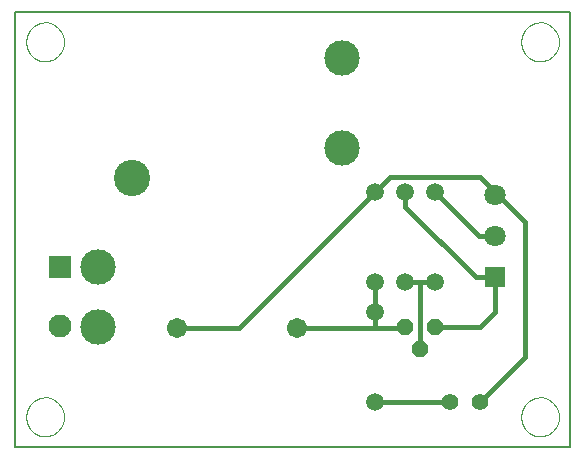
<source format=gtl>
G75*
G70*
%OFA0B0*%
%FSLAX24Y24*%
%IPPOS*%
%LPD*%
%AMOC8*
5,1,8,0,0,1.08239X$1,22.5*
%
%ADD10C,0.0080*%
%ADD11R,0.0768X0.0768*%
%ADD12C,0.0768*%
%ADD13OC8,0.0560*%
%ADD14C,0.0594*%
%ADD15C,0.0560*%
%ADD16C,0.0000*%
%ADD17R,0.0712X0.0712*%
%ADD18C,0.0712*%
%ADD19C,0.1181*%
%ADD20C,0.1210*%
%ADD21C,0.0673*%
%ADD22C,0.0160*%
D10*
X000232Y000232D02*
X000232Y014732D01*
X018732Y014732D01*
X018732Y000232D01*
X000232Y000232D01*
D11*
X001732Y006232D03*
D12*
X001732Y004263D03*
D13*
X013232Y004232D03*
X013732Y003482D03*
X014232Y004232D03*
D14*
X014232Y005732D03*
X013232Y005732D03*
X012232Y005732D03*
X012232Y004732D03*
X012232Y001732D03*
X012232Y008732D03*
X013232Y008732D03*
X014232Y008732D03*
D15*
X014732Y001732D03*
X015732Y001732D03*
D16*
X017082Y001232D02*
X017117Y001443D01*
X017219Y001631D01*
X017376Y001776D01*
X017572Y001862D01*
X017786Y001880D01*
X017993Y001827D01*
X018172Y001710D01*
X018304Y001541D01*
X018373Y001339D01*
X018373Y001125D01*
X018304Y000923D01*
X018172Y000754D01*
X017993Y000637D01*
X017786Y000584D01*
X017572Y000602D01*
X017376Y000688D01*
X017219Y000833D01*
X017117Y001021D01*
X017082Y001232D01*
X017082Y013732D02*
X017117Y013943D01*
X017219Y014131D01*
X017376Y014276D01*
X017572Y014362D01*
X017786Y014380D01*
X017993Y014327D01*
X018172Y014210D01*
X018304Y014041D01*
X018373Y013839D01*
X018373Y013625D01*
X018304Y013423D01*
X018172Y013254D01*
X017993Y013137D01*
X017786Y013084D01*
X017572Y013102D01*
X017376Y013188D01*
X017219Y013333D01*
X017117Y013521D01*
X017082Y013732D01*
X000582Y013732D02*
X000617Y013943D01*
X000719Y014131D01*
X000876Y014276D01*
X001072Y014362D01*
X001286Y014380D01*
X001493Y014327D01*
X001672Y014210D01*
X001804Y014041D01*
X001873Y013839D01*
X001873Y013625D01*
X001804Y013423D01*
X001672Y013254D01*
X001493Y013137D01*
X001286Y013084D01*
X001072Y013102D01*
X000876Y013188D01*
X000719Y013333D01*
X000617Y013521D01*
X000582Y013732D01*
X000582Y001232D02*
X000617Y001443D01*
X000719Y001631D01*
X000876Y001776D01*
X001072Y001862D01*
X001286Y001880D01*
X001493Y001827D01*
X001672Y001710D01*
X001804Y001541D01*
X001873Y001339D01*
X001873Y001125D01*
X001804Y000923D01*
X001672Y000754D01*
X001493Y000637D01*
X001286Y000584D01*
X001072Y000602D01*
X000876Y000688D01*
X000719Y000833D01*
X000617Y001021D01*
X000582Y001232D01*
D17*
X016232Y005882D03*
D18*
X016232Y007260D03*
X016232Y008638D03*
D19*
X011126Y010189D03*
X011126Y013192D03*
X002982Y006232D03*
X002982Y004232D03*
D20*
X004133Y009189D03*
D21*
X005629Y004189D03*
X009629Y004189D03*
D22*
X012232Y004189D01*
X013189Y004189D01*
X013232Y004232D01*
X013732Y003482D02*
X013732Y005732D01*
X014232Y005732D01*
X013732Y005732D02*
X013232Y005732D01*
X012232Y005732D02*
X012232Y004732D01*
X012232Y004189D01*
X014232Y004232D02*
X015732Y004232D01*
X016232Y004732D01*
X016232Y005882D01*
X015582Y005882D01*
X013232Y008232D01*
X013232Y008732D01*
X012732Y009232D02*
X015732Y009232D01*
X016232Y008732D01*
X016232Y008638D01*
X016326Y008638D01*
X017232Y007732D01*
X017232Y003232D01*
X015732Y001732D01*
X014732Y001732D02*
X012232Y001732D01*
X007689Y004189D02*
X012232Y008732D01*
X012732Y009232D01*
X014232Y008732D02*
X015704Y007260D01*
X016232Y007260D01*
X007689Y004189D02*
X005629Y004189D01*
M02*

</source>
